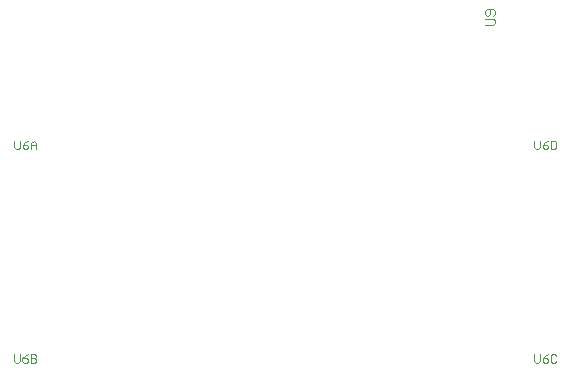
<source format=gm1>
G04*
G04 #@! TF.GenerationSoftware,Altium Limited,Altium Designer,23.4.1 (23)*
G04*
G04 Layer_Color=16711935*
%FSLAX44Y44*%
%MOMM*%
G71*
G04*
G04 #@! TF.SameCoordinates,D2C56FB1-3194-4FD5-B733-79DB95D4BDB6*
G04*
G04*
G04 #@! TF.FilePolarity,Positive*
G04*
G01*
G75*
%ADD84C,0.1000*%
D84*
X1762774Y457874D02*
Y452042D01*
X1763940Y450876D01*
X1766273D01*
X1767439Y452042D01*
Y457874D01*
X1774437D02*
X1772104Y456707D01*
X1769772Y454375D01*
Y452042D01*
X1770938Y450876D01*
X1773271D01*
X1774437Y452042D01*
Y453209D01*
X1773271Y454375D01*
X1769772D01*
X1781435Y456707D02*
X1780268Y457874D01*
X1777936D01*
X1776770Y456707D01*
Y452042D01*
X1777936Y450876D01*
X1780268D01*
X1781435Y452042D01*
X1721235Y736600D02*
X1727899D01*
X1729232Y737933D01*
Y740599D01*
X1727899Y741932D01*
X1721235D01*
X1727899Y744597D02*
X1729232Y745930D01*
Y748596D01*
X1727899Y749929D01*
X1722567D01*
X1721235Y748596D01*
Y745930D01*
X1722567Y744597D01*
X1723900D01*
X1725233Y745930D01*
Y749929D01*
X1322392Y457874D02*
Y452042D01*
X1323558Y450876D01*
X1325891D01*
X1327057Y452042D01*
Y457874D01*
X1334055D02*
X1331722Y456707D01*
X1329390Y454375D01*
Y452042D01*
X1330556Y450876D01*
X1332889D01*
X1334055Y452042D01*
Y453209D01*
X1332889Y454375D01*
X1329390D01*
X1336387Y457874D02*
Y450876D01*
X1339886D01*
X1341053Y452042D01*
Y453209D01*
X1339886Y454375D01*
X1336387D01*
X1339886D01*
X1341053Y455541D01*
Y456707D01*
X1339886Y457874D01*
X1336387D01*
X1322580Y638831D02*
Y632999D01*
X1323746Y631833D01*
X1326079D01*
X1327245Y632999D01*
Y638831D01*
X1334243D02*
X1331911Y637665D01*
X1329578Y635332D01*
Y632999D01*
X1330744Y631833D01*
X1333077D01*
X1334243Y632999D01*
Y634166D01*
X1333077Y635332D01*
X1329578D01*
X1336576Y631833D02*
Y636498D01*
X1338908Y638831D01*
X1341241Y636498D01*
Y631833D01*
Y635332D01*
X1336576D01*
X1762756Y638831D02*
Y632999D01*
X1763922Y631833D01*
X1766255D01*
X1767421Y632999D01*
Y638831D01*
X1774419D02*
X1772086Y637665D01*
X1769754Y635332D01*
Y632999D01*
X1770920Y631833D01*
X1773253D01*
X1774419Y632999D01*
Y634166D01*
X1773253Y635332D01*
X1769754D01*
X1776752Y638831D02*
Y631833D01*
X1780250D01*
X1781417Y632999D01*
Y637665D01*
X1780250Y638831D01*
X1776752D01*
M02*

</source>
